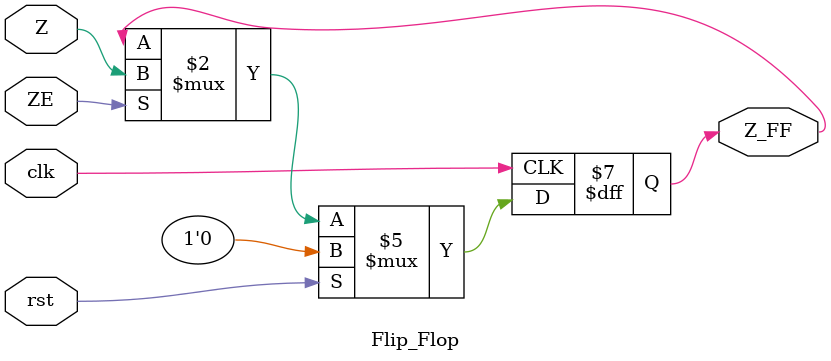
<source format=v>
`timescale 1ns / 1ps


module Flip_Flop(
    input        clk,
    input        rst, 
    input        ZE,    // Zero Flag Enable
    input        Z,     // Zero Flag from ALU
    output reg   Z_FF   // Stored Zero Flag
);

    always @(posedge clk) begin
        if(rst)begin //when reset is high reset Z_FF
            Z_FF <= 0;
       end else begin
            if (ZE) begin
                Z_FF <= Z;  // Store Z when ZE is active
            end
       end
    end

endmodule
</source>
